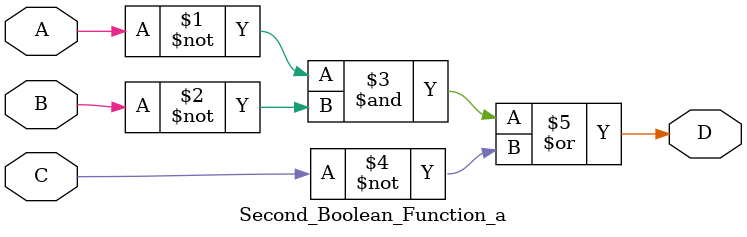
<source format=v>
`timescale 1ns / 1ps

module Second_Boolean_Function_a(
    input A,
    input B,
    input C,
    output D
    );
    
    assign D = ((~A) & (~B)) | (~C);
endmodule
</source>
